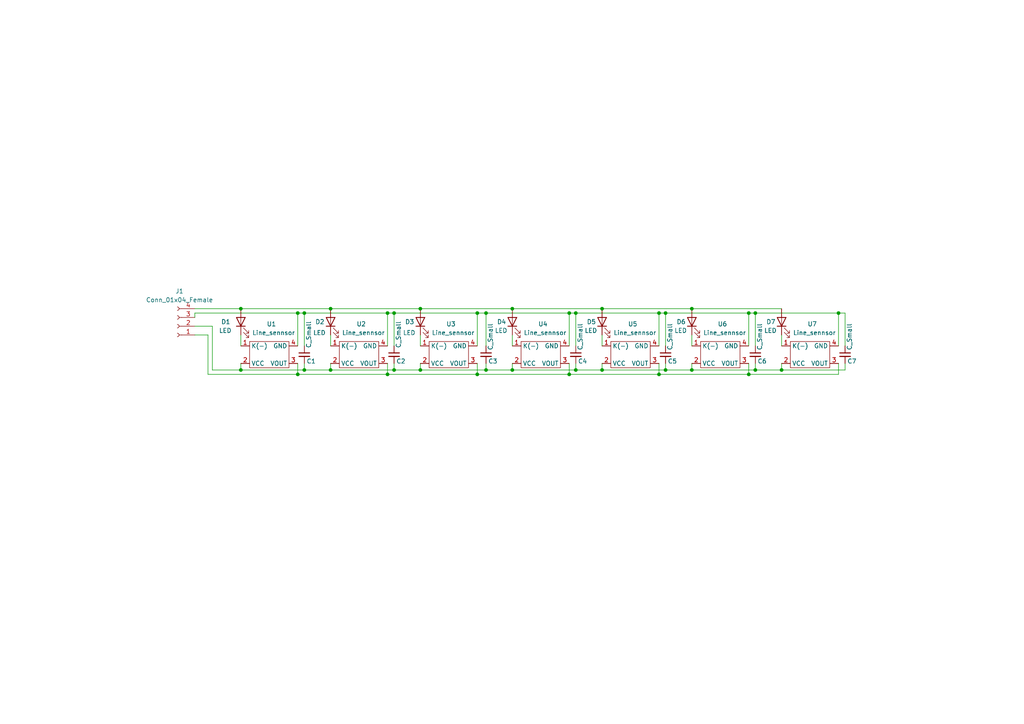
<source format=kicad_sch>
(kicad_sch (version 20211123) (generator eeschema)
  (paper "A4")
  (lib_symbols
    (symbol "Connector:Conn_01x04_Female" (pin_names (offset 1.016) hide)
      (property "Reference" "J" (at 0 5.08 0))
      (property "Value" "Conn_01x04_Female" (at 0 -7.62 0))
      (symbol "Conn_01x04_Female_1_1"
        (arc (start 0 -4.572) (mid -0.508 -5.08) (end 0 -5.588) (stroke (width 0.1524)))
        (arc (start 0 -2.032) (mid -0.508 -2.54) (end 0 -3.048) (stroke (width 0.1524)))
        (polyline (pts (xy -1.27 -5.08) (xy -0.508 -5.08)) (stroke (width 0.1524)))
        (polyline (pts (xy -1.27 -2.54) (xy -0.508 -2.54)) (stroke (width 0.1524)))
        (polyline (pts (xy -1.27 0) (xy -0.508 0)) (stroke (width 0.1524)))
        (polyline (pts (xy -1.27 2.54) (xy -0.508 2.54)) (stroke (width 0.1524)))
        (arc (start 0 0.508) (mid -0.508 0) (end 0 -0.508) (stroke (width 0.1524)))
        (arc (start 0 3.048) (mid -0.508 2.54) (end 0 2.032) (stroke (width 0.1524)))
        (pin passive line (at -5.08 2.54 0) (length 3.81) (name "Pin_1") (number "1"))
        (pin passive line (at -5.08 0 0) (length 3.81) (name "Pin_2") (number "2"))
        (pin passive line (at -5.08 -2.54 0) (length 3.81) (name "Pin_3") (number "3"))
        (pin passive line (at -5.08 -5.08 0) (length 3.81) (name "Pin_4") (number "4"))
      )
    )
    (symbol "Device:C_Small" (pin_numbers hide) (pin_names (offset 0.254) hide)
      (property "Reference" "C" (at 0.254 1.778 0))
      (property "Value" "C_Small" (at 0.254 -2.032 0))
      (symbol "C_Small_0_1"
        (polyline (pts (xy -1.524 -0.508) (xy 1.524 -0.508)) (stroke (width 0.3302)))
        (polyline (pts (xy -1.524 0.508) (xy 1.524 0.508)) (stroke (width 0.3048)))
      )
      (symbol "C_Small_1_1"
        (pin passive line (at 0 2.54 270) (length 2.032) (name "~") (number "1"))
        (pin passive line (at 0 -2.54 90) (length 2.032) (name "~") (number "2"))
      )
    )
    (symbol "Device:LED" (pin_numbers hide) (pin_names (offset 1.016) hide)
      (property "Reference" "D" (at 0 2.54 0))
      (property "Value" "LED" (at 0 -2.54 0))
      (symbol "LED_0_1"
        (polyline (pts (xy -1.27 -1.27) (xy -1.27 1.27)) (stroke (width 0.254)))
        (polyline (pts (xy -1.27 0) (xy 1.27 0)))
        (polyline (pts (xy 1.27 -1.27) (xy 1.27 1.27) (xy -1.27 0) (xy 1.27 -1.27)) (stroke (width 0.254)))
        (polyline (pts (xy -3.048 -0.762) (xy -4.572 -2.286) (xy -3.81 -2.286) (xy -4.572 -2.286) (xy -4.572 -1.524)))
        (polyline (pts (xy -1.778 -0.762) (xy -3.302 -2.286) (xy -2.54 -2.286) (xy -3.302 -2.286) (xy -3.302 -1.524)))
      )
      (symbol "LED_1_1"
        (pin passive line (at -3.81 0 0) (length 2.54) (name "K") (number "1"))
        (pin passive line (at 3.81 0 180) (length 2.54) (name "A") (number "2"))
      )
    )
    (symbol "Line_sennsor:Line_sennsor"
      (property "Reference" "U" (at 0 1.27 0))
      (property "Value" "Line_sennsor" (at 0 0 0))
      (symbol "Line_sennsor_0_1"
        (rectangle (start -6.35 -1.27) (end 5.08 -8.89))
      )
      (symbol "Line_sennsor_1_1"
        (pin bidirectional line (at -8.89 -2.54 0) (length 2.54) (name "K(-)") (number "1"))
        (pin bidirectional line (at -8.89 -7.62 0) (length 2.54) (name "VCC") (number "2"))
        (pin bidirectional line (at 7.62 -7.62 180) (length 2.54) (name "VOUT") (number "3"))
        (pin bidirectional line (at 7.62 -2.54 180) (length 2.54) (name "GND") (number "4"))
      )
    )
  )
  (junction (at 69.85 107.315))
  (junction (at 86.36 108.585))
  (junction (at 114.3 90.805))
  (junction (at 167.005 90.805))
  (junction (at 200.66 107.315))
  (junction (at 191.135 90.805))
  (junction (at 140.97 107.315))
  (junction (at 193.04 90.805))
  (junction (at 165.1 108.585))
  (junction (at 140.97 90.805))
  (junction (at 148.59 107.315))
  (junction (at 191.135 108.585))
  (junction (at 95.885 89.535))
  (junction (at 95.885 107.315))
  (junction (at 86.36 90.805))
  (junction (at 88.265 107.315))
  (junction (at 112.395 90.805))
  (junction (at 219.075 107.315))
  (junction (at 138.43 108.585))
  (junction (at 193.04 107.315))
  (junction (at 243.205 90.805))
  (junction (at 200.66 89.535))
  (junction (at 114.3 107.315))
  (junction (at 69.85 89.535))
  (junction (at 165.1 90.805))
  (junction (at 174.625 107.315))
  (junction (at 174.625 89.535))
  (junction (at 138.43 90.805))
  (junction (at 88.265 90.805))
  (junction (at 226.695 107.315))
  (junction (at 121.92 107.315))
  (junction (at 219.075 90.805))
  (junction (at 167.005 107.315))
  (junction (at 112.395 108.585))
  (junction (at 217.17 108.585))
  (junction (at 217.17 90.805))
  (junction (at 121.92 89.535))
  (junction (at 148.59 89.535))
  (wire (pts (xy 114.3 90.805) (xy 114.3 100.33)))
  (wire (pts (xy 88.265 90.805) (xy 88.265 100.33)))
  (wire (pts (xy 217.17 90.805) (xy 219.075 90.805)))
  (wire (pts (xy 138.43 105.41) (xy 138.43 108.585)))
  (wire (pts (xy 121.92 89.535) (xy 148.59 89.535)))
  (wire (pts (xy 167.005 90.805) (xy 167.005 100.33)))
  (wire (pts (xy 121.92 97.155) (xy 121.92 100.33)))
  (wire (pts (xy 69.85 105.41) (xy 69.85 107.315)))
  (wire (pts (xy 243.205 100.33) (xy 243.205 90.805)))
  (wire (pts (xy 140.97 107.315) (xy 148.59 107.315)))
  (wire (pts (xy 148.59 89.535) (xy 174.625 89.535)))
  (wire (pts (xy 69.85 89.535) (xy 95.885 89.535)))
  (wire (pts (xy 121.92 107.315) (xy 140.97 107.315)))
  (wire (pts (xy 193.04 90.805) (xy 193.04 100.33)))
  (wire (pts (xy 112.395 105.41) (xy 112.395 108.585)))
  (wire (pts (xy 200.66 107.315) (xy 219.075 107.315)))
  (wire (pts (xy 219.075 100.33) (xy 219.075 90.805)))
  (wire (pts (xy 167.005 90.805) (xy 191.135 90.805)))
  (wire (pts (xy 200.66 97.155) (xy 200.66 100.33)))
  (wire (pts (xy 165.1 108.585) (xy 191.135 108.585)))
  (wire (pts (xy 165.1 105.41) (xy 165.1 108.585)))
  (wire (pts (xy 114.3 105.41) (xy 114.3 107.315)))
  (wire (pts (xy 245.11 100.33) (xy 245.11 90.805)))
  (wire (pts (xy 226.695 107.315) (xy 226.695 105.41)))
  (wire (pts (xy 95.885 97.155) (xy 95.885 100.33)))
  (wire (pts (xy 219.075 105.41) (xy 219.075 107.315)))
  (wire (pts (xy 114.3 90.805) (xy 138.43 90.805)))
  (wire (pts (xy 56.515 89.535) (xy 69.85 89.535)))
  (wire (pts (xy 148.59 105.41) (xy 148.59 107.315)))
  (wire (pts (xy 69.85 107.315) (xy 88.265 107.315)))
  (wire (pts (xy 165.1 90.805) (xy 167.005 90.805)))
  (wire (pts (xy 86.36 105.41) (xy 86.36 108.585)))
  (wire (pts (xy 88.265 105.41) (xy 88.265 107.315)))
  (wire (pts (xy 60.325 108.585) (xy 86.36 108.585)))
  (wire (pts (xy 56.515 97.155) (xy 60.325 97.155)))
  (wire (pts (xy 245.11 90.805) (xy 243.205 90.805)))
  (wire (pts (xy 140.97 90.805) (xy 165.1 90.805)))
  (wire (pts (xy 226.695 97.155) (xy 226.695 100.33)))
  (wire (pts (xy 95.885 105.41) (xy 95.885 107.315)))
  (wire (pts (xy 56.515 90.805) (xy 86.36 90.805)))
  (wire (pts (xy 219.075 107.315) (xy 226.695 107.315)))
  (wire (pts (xy 191.135 108.585) (xy 217.17 108.585)))
  (wire (pts (xy 61.595 107.315) (xy 69.85 107.315)))
  (wire (pts (xy 243.205 108.585) (xy 243.205 105.41)))
  (wire (pts (xy 140.97 90.805) (xy 140.97 100.33)))
  (wire (pts (xy 191.135 90.805) (xy 191.135 100.33)))
  (wire (pts (xy 86.36 108.585) (xy 112.395 108.585)))
  (wire (pts (xy 167.005 107.315) (xy 174.625 107.315)))
  (wire (pts (xy 219.075 90.805) (xy 243.205 90.805)))
  (wire (pts (xy 193.04 90.805) (xy 217.17 90.805)))
  (wire (pts (xy 174.625 89.535) (xy 200.66 89.535)))
  (wire (pts (xy 112.395 90.805) (xy 114.3 90.805)))
  (wire (pts (xy 193.04 107.315) (xy 200.66 107.315)))
  (wire (pts (xy 138.43 108.585) (xy 165.1 108.585)))
  (wire (pts (xy 217.17 90.805) (xy 217.17 100.33)))
  (wire (pts (xy 167.005 105.41) (xy 167.005 107.315)))
  (wire (pts (xy 200.66 89.535) (xy 226.695 89.535)))
  (wire (pts (xy 193.04 105.41) (xy 193.04 107.315)))
  (wire (pts (xy 217.17 108.585) (xy 243.205 108.585)))
  (wire (pts (xy 88.265 90.805) (xy 112.395 90.805)))
  (wire (pts (xy 174.625 105.41) (xy 174.625 107.315)))
  (wire (pts (xy 138.43 90.805) (xy 140.97 90.805)))
  (wire (pts (xy 112.395 90.805) (xy 112.395 100.33)))
  (wire (pts (xy 61.595 94.615) (xy 61.595 107.315)))
  (wire (pts (xy 56.515 92.075) (xy 56.515 90.805)))
  (wire (pts (xy 88.265 107.315) (xy 95.885 107.315)))
  (wire (pts (xy 226.695 107.315) (xy 245.11 107.315)))
  (wire (pts (xy 191.135 90.805) (xy 193.04 90.805)))
  (wire (pts (xy 165.1 90.805) (xy 165.1 100.33)))
  (wire (pts (xy 191.135 105.41) (xy 191.135 108.585)))
  (wire (pts (xy 112.395 108.585) (xy 138.43 108.585)))
  (wire (pts (xy 200.66 105.41) (xy 200.66 107.315)))
  (wire (pts (xy 174.625 107.315) (xy 193.04 107.315)))
  (wire (pts (xy 140.97 105.41) (xy 140.97 107.315)))
  (wire (pts (xy 138.43 90.805) (xy 138.43 100.33)))
  (wire (pts (xy 95.885 107.315) (xy 114.3 107.315)))
  (wire (pts (xy 148.59 107.315) (xy 167.005 107.315)))
  (wire (pts (xy 56.515 94.615) (xy 61.595 94.615)))
  (wire (pts (xy 174.625 97.155) (xy 174.625 100.33)))
  (wire (pts (xy 86.36 90.805) (xy 86.36 100.33)))
  (wire (pts (xy 114.3 107.315) (xy 121.92 107.315)))
  (wire (pts (xy 86.36 90.805) (xy 88.265 90.805)))
  (wire (pts (xy 121.92 105.41) (xy 121.92 107.315)))
  (wire (pts (xy 69.85 97.155) (xy 69.85 100.33)))
  (wire (pts (xy 148.59 97.155) (xy 148.59 100.33)))
  (wire (pts (xy 217.17 105.41) (xy 217.17 108.585)))
  (wire (pts (xy 245.11 107.315) (xy 245.11 105.41)))
  (wire (pts (xy 60.325 97.155) (xy 60.325 108.585)))
  (wire (pts (xy 95.885 89.535) (xy 121.92 89.535)))
  (symbol (lib_id "Device:C_Small") (at 88.265 102.87 0) (unit 1)
    (property "Reference" "C1" (at 88.9 104.775 0) (effects (justify left)))
    (property "Value" "C_Small" (at 89.535 100.965 90) (effects (justify left)))
    (property "Footprint" "Capacitor_SMD:C_0402_1005Metric" (effects hide))
  )
  (symbol (lib_id "Line_sennsor:Line_sennsor") (at 130.81 97.79 0) (unit 1)
    (property "Reference" "U3" (at 130.81 93.98 0))
    (property "Value" "Line_sennsor" (at 131.445 96.52 0))
    (property "Footprint" "Line_sennsor:Line_sennsor" (effects hide))
  )
  (symbol (lib_id "Device:LED") (at 148.59 93.345 90) (unit 1)
    (property "Reference" "D4" (at 144.145 93.345 90) (effects (justify right)))
    (property "Value" "LED" (at 143.51 95.885 90) (effects (justify right)))
    (property "Footprint" "LED_THT:LED_D3.0mm_Clear" (effects hide))
  )
  (symbol (lib_id "Device:C_Small") (at 167.005 102.87 0) (unit 1)
    (property "Reference" "C4" (at 167.64 104.775 0) (effects (justify left)))
    (property "Value" "C_Small" (at 168.275 101.6 90) (effects (justify left)))
    (property "Footprint" "Capacitor_SMD:C_0402_1005Metric" (effects hide))
  )
  (symbol (lib_id "Device:C_Small") (at 140.97 102.87 0) (unit 1)
    (property "Reference" "C3" (at 141.605 104.775 0) (effects (justify left)))
    (property "Value" "C_Small" (at 142.24 101.6 90) (effects (justify left)))
    (property "Footprint" "Capacitor_SMD:C_0402_1005Metric" (effects hide))
  )
  (symbol (lib_id "Device:C_Small") (at 193.04 102.87 0) (unit 1)
    (property "Reference" "C5" (at 193.675 104.775 0) (effects (justify left)))
    (property "Value" "C_Small" (at 194.31 101.6 90) (effects (justify left)))
    (property "Footprint" "Capacitor_SMD:C_0402_1005Metric" (effects hide))
  )
  (symbol (lib_id "Device:LED") (at 200.66 93.345 90) (unit 1)
    (property "Reference" "D6" (at 196.215 93.345 90) (effects (justify right)))
    (property "Value" "LED" (at 195.58 95.885 90) (effects (justify right)))
    (property "Footprint" "LED_THT:LED_D3.0mm_Clear" (effects hide))
  )
  (symbol (lib_id "Line_sennsor:Line_sennsor") (at 235.585 97.79 0) (unit 1)
    (property "Reference" "U7" (at 235.585 93.98 0))
    (property "Value" "Line_sennsor" (at 236.22 96.52 0))
    (property "Footprint" "Line_sennsor:Line_sennsor" (effects hide))
  )
  (symbol (lib_id "Connector:Conn_01x04_Female") (at 51.435 94.615 180) (unit 1)
    (property "Reference" "J1" (at 52.07 84.455 0))
    (property "Value" "Conn_01x04_Female" (at 52.07 86.995 0))
    (property "Footprint" "Connector_PinHeader_2.54mm:PinHeader_1x04_P2.54mm_Horizontal" (effects hide))
  )
  (symbol (lib_id "Device:LED") (at 69.85 93.345 90) (unit 1)
    (property "Reference" "D1" (at 64.135 93.345 90) (effects (justify right)))
    (property "Value" "LED" (at 63.5 95.885 90) (effects (justify right)))
    (property "Footprint" "LED_THT:LED_D3.0mm_Clear" (effects hide))
  )
  (symbol (lib_id "Line_sennsor:Line_sennsor") (at 104.775 97.79 0) (unit 1)
    (property "Reference" "U2" (at 104.775 93.98 0))
    (property "Value" "Line_sennsor" (at 105.41 96.52 0))
    (property "Footprint" "Line_sennsor:Line_sennsor" (effects hide))
  )
  (symbol (lib_id "Line_sennsor:Line_sennsor") (at 157.48 97.79 0) (unit 1)
    (property "Reference" "U4" (at 157.48 93.98 0))
    (property "Value" "Line_sennsor" (at 158.115 96.52 0))
    (property "Footprint" "Line_sennsor:Line_sennsor" (effects hide))
  )
  (symbol (lib_id "Device:LED") (at 226.695 93.345 90) (unit 1)
    (property "Reference" "D7" (at 222.25 93.345 90) (effects (justify right)))
    (property "Value" "LED" (at 221.615 95.885 90) (effects (justify right)))
    (property "Footprint" "LED_THT:LED_D3.0mm_Clear" (effects hide))
  )
  (symbol (lib_id "Line_sennsor:Line_sennsor") (at 209.55 97.79 0) (unit 1)
    (property "Reference" "U6" (at 209.55 93.98 0))
    (property "Value" "Line_sennsor" (at 210.185 96.52 0))
    (property "Footprint" "Line_sennsor:Line_sennsor" (effects hide))
  )
  (symbol (lib_id "Line_sennsor:Line_sennsor") (at 183.515 97.79 0) (unit 1)
    (property "Reference" "U5" (at 183.515 93.98 0))
    (property "Value" "Line_sennsor" (at 184.15 96.52 0))
    (property "Footprint" "Line_sennsor:Line_sennsor" (effects hide))
  )
  (symbol (lib_id "Line_sennsor:Line_sennsor") (at 78.74 97.79 0) (unit 1)
    (property "Reference" "U1" (at 78.74 93.98 0))
    (property "Value" "Line_sennsor" (at 79.375 96.52 0))
    (property "Footprint" "Line_sennsor:Line_sennsor" (effects hide))
  )
  (symbol (lib_id "Device:LED") (at 174.625 93.345 90) (unit 1)
    (property "Reference" "D5" (at 170.18 93.345 90) (effects (justify right)))
    (property "Value" "LED" (at 169.545 95.885 90) (effects (justify right)))
    (property "Footprint" "LED_THT:LED_D3.0mm_Clear" (effects hide))
  )
  (symbol (lib_id "Device:LED") (at 121.92 93.345 90) (unit 1)
    (property "Reference" "D3" (at 117.475 93.345 90) (effects (justify right)))
    (property "Value" "LED" (at 116.84 96.52 90) (effects (justify right)))
    (property "Footprint" "LED_THT:LED_D3.0mm_Clear" (effects hide))
  )
  (symbol (lib_id "Device:C_Small") (at 245.11 102.87 0) (unit 1)
    (property "Reference" "C7" (at 245.745 104.775 0) (effects (justify left)))
    (property "Value" "C_Small" (at 246.38 101.6 90) (effects (justify left)))
    (property "Footprint" "Capacitor_SMD:C_0402_1005Metric" (effects hide))
  )
  (symbol (lib_id "Device:C_Small") (at 219.075 102.87 0) (unit 1)
    (property "Reference" "C6" (at 219.71 104.775 0) (effects (justify left)))
    (property "Value" "C_Small" (at 220.345 101.6 90) (effects (justify left)))
    (property "Footprint" "Capacitor_SMD:C_0402_1005Metric" (effects hide))
  )
  (symbol (lib_id "Device:LED") (at 95.885 93.345 90) (unit 1)
    (property "Reference" "D2" (at 91.44 93.345 90) (effects (justify right)))
    (property "Value" "LED" (at 90.805 96.52 90) (effects (justify right)))
    (property "Footprint" "LED_THT:LED_D3.0mm_Clear" (effects hide))
  )
  (symbol (lib_id "Device:C_Small") (at 114.3 102.87 0) (unit 1)
    (property "Reference" "C2" (at 114.935 104.775 0) (effects (justify left)))
    (property "Value" "C_Small" (at 115.57 100.965 90) (effects (justify left)))
    (property "Footprint" "Capacitor_SMD:C_0402_1005Metric" (effects hide))
  )
)
</source>
